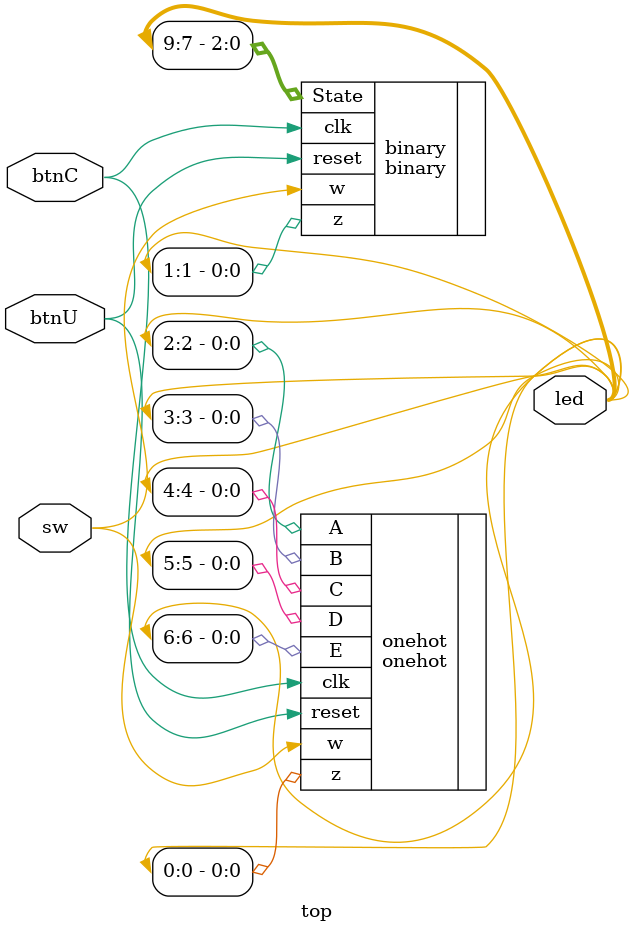
<source format=v>
module top(
    input sw, // w
    output [9:0] led, // see IO table
    input btnC, // clk
    input btnU // reset
);

    onehot onehot(
        .w(sw),
        .clk(btnC),
        .z(led[0]),
        .A(led[2]),
        .B(led[3]),
        .C(led[4]),
        .D(led[5]),
        .E(led[6]),
        .reset(btnU)
    );
    
    binary binary(
        .w(sw),
        .clk(btnC),
        .z(led[1]),
        .State(led[9:7]),
        .reset(btnU)
    );

endmodule
</source>
